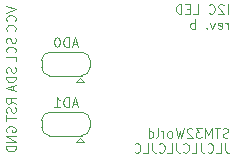
<source format=gbr>
G04 #@! TF.GenerationSoftware,KiCad,Pcbnew,9.0.2+dfsg-1*
G04 #@! TF.CreationDate,2025-06-12T17:09:33+08:00*
G04 #@! TF.ProjectId,i2c_led,6932635f-6c65-4642-9e6b-696361645f70,b*
G04 #@! TF.SameCoordinates,Original*
G04 #@! TF.FileFunction,Legend,Bot*
G04 #@! TF.FilePolarity,Positive*
%FSLAX46Y46*%
G04 Gerber Fmt 4.6, Leading zero omitted, Abs format (unit mm)*
G04 Created by KiCad (PCBNEW 9.0.2+dfsg-1) date 2025-06-12 17:09:33*
%MOMM*%
%LPD*%
G01*
G04 APERTURE LIST*
%ADD10C,0.100000*%
%ADD11C,0.120000*%
G04 APERTURE END LIST*
D10*
X155953734Y-91002895D02*
X155953734Y-90202895D01*
X155610878Y-90279085D02*
X155572782Y-90240990D01*
X155572782Y-90240990D02*
X155496592Y-90202895D01*
X155496592Y-90202895D02*
X155306116Y-90202895D01*
X155306116Y-90202895D02*
X155229925Y-90240990D01*
X155229925Y-90240990D02*
X155191830Y-90279085D01*
X155191830Y-90279085D02*
X155153735Y-90355276D01*
X155153735Y-90355276D02*
X155153735Y-90431466D01*
X155153735Y-90431466D02*
X155191830Y-90545752D01*
X155191830Y-90545752D02*
X155648973Y-91002895D01*
X155648973Y-91002895D02*
X155153735Y-91002895D01*
X154353734Y-90926704D02*
X154391830Y-90964800D01*
X154391830Y-90964800D02*
X154506115Y-91002895D01*
X154506115Y-91002895D02*
X154582306Y-91002895D01*
X154582306Y-91002895D02*
X154696592Y-90964800D01*
X154696592Y-90964800D02*
X154772782Y-90888609D01*
X154772782Y-90888609D02*
X154810877Y-90812419D01*
X154810877Y-90812419D02*
X154848973Y-90660038D01*
X154848973Y-90660038D02*
X154848973Y-90545752D01*
X154848973Y-90545752D02*
X154810877Y-90393371D01*
X154810877Y-90393371D02*
X154772782Y-90317180D01*
X154772782Y-90317180D02*
X154696592Y-90240990D01*
X154696592Y-90240990D02*
X154582306Y-90202895D01*
X154582306Y-90202895D02*
X154506115Y-90202895D01*
X154506115Y-90202895D02*
X154391830Y-90240990D01*
X154391830Y-90240990D02*
X154353734Y-90279085D01*
X153020401Y-91002895D02*
X153401353Y-91002895D01*
X153401353Y-91002895D02*
X153401353Y-90202895D01*
X152753734Y-90583847D02*
X152487068Y-90583847D01*
X152372782Y-91002895D02*
X152753734Y-91002895D01*
X152753734Y-91002895D02*
X152753734Y-90202895D01*
X152753734Y-90202895D02*
X152372782Y-90202895D01*
X152029924Y-91002895D02*
X152029924Y-90202895D01*
X152029924Y-90202895D02*
X151839448Y-90202895D01*
X151839448Y-90202895D02*
X151725162Y-90240990D01*
X151725162Y-90240990D02*
X151648972Y-90317180D01*
X151648972Y-90317180D02*
X151610877Y-90393371D01*
X151610877Y-90393371D02*
X151572781Y-90545752D01*
X151572781Y-90545752D02*
X151572781Y-90660038D01*
X151572781Y-90660038D02*
X151610877Y-90812419D01*
X151610877Y-90812419D02*
X151648972Y-90888609D01*
X151648972Y-90888609D02*
X151725162Y-90964800D01*
X151725162Y-90964800D02*
X151839448Y-91002895D01*
X151839448Y-91002895D02*
X152029924Y-91002895D01*
X155953734Y-92290850D02*
X155953734Y-91757516D01*
X155953734Y-91909897D02*
X155915639Y-91833707D01*
X155915639Y-91833707D02*
X155877544Y-91795612D01*
X155877544Y-91795612D02*
X155801353Y-91757516D01*
X155801353Y-91757516D02*
X155725163Y-91757516D01*
X155153734Y-92252755D02*
X155229925Y-92290850D01*
X155229925Y-92290850D02*
X155382306Y-92290850D01*
X155382306Y-92290850D02*
X155458496Y-92252755D01*
X155458496Y-92252755D02*
X155496592Y-92176564D01*
X155496592Y-92176564D02*
X155496592Y-91871802D01*
X155496592Y-91871802D02*
X155458496Y-91795612D01*
X155458496Y-91795612D02*
X155382306Y-91757516D01*
X155382306Y-91757516D02*
X155229925Y-91757516D01*
X155229925Y-91757516D02*
X155153734Y-91795612D01*
X155153734Y-91795612D02*
X155115639Y-91871802D01*
X155115639Y-91871802D02*
X155115639Y-91947993D01*
X155115639Y-91947993D02*
X155496592Y-92024183D01*
X154848973Y-91757516D02*
X154658497Y-92290850D01*
X154658497Y-92290850D02*
X154468020Y-91757516D01*
X154163258Y-92214659D02*
X154125163Y-92252755D01*
X154125163Y-92252755D02*
X154163258Y-92290850D01*
X154163258Y-92290850D02*
X154201354Y-92252755D01*
X154201354Y-92252755D02*
X154163258Y-92214659D01*
X154163258Y-92214659D02*
X154163258Y-92290850D01*
X153172782Y-92290850D02*
X153172782Y-91490850D01*
X153172782Y-91795612D02*
X153096592Y-91757516D01*
X153096592Y-91757516D02*
X152944211Y-91757516D01*
X152944211Y-91757516D02*
X152868020Y-91795612D01*
X152868020Y-91795612D02*
X152829925Y-91833707D01*
X152829925Y-91833707D02*
X152791830Y-91909897D01*
X152791830Y-91909897D02*
X152791830Y-92138469D01*
X152791830Y-92138469D02*
X152829925Y-92214659D01*
X152829925Y-92214659D02*
X152868020Y-92252755D01*
X152868020Y-92252755D02*
X152944211Y-92290850D01*
X152944211Y-92290850D02*
X153096592Y-92290850D01*
X153096592Y-92290850D02*
X153172782Y-92252755D01*
X155991830Y-101458800D02*
X155877544Y-101496895D01*
X155877544Y-101496895D02*
X155687068Y-101496895D01*
X155687068Y-101496895D02*
X155610877Y-101458800D01*
X155610877Y-101458800D02*
X155572782Y-101420704D01*
X155572782Y-101420704D02*
X155534687Y-101344514D01*
X155534687Y-101344514D02*
X155534687Y-101268323D01*
X155534687Y-101268323D02*
X155572782Y-101192133D01*
X155572782Y-101192133D02*
X155610877Y-101154038D01*
X155610877Y-101154038D02*
X155687068Y-101115942D01*
X155687068Y-101115942D02*
X155839449Y-101077847D01*
X155839449Y-101077847D02*
X155915639Y-101039752D01*
X155915639Y-101039752D02*
X155953734Y-101001657D01*
X155953734Y-101001657D02*
X155991830Y-100925466D01*
X155991830Y-100925466D02*
X155991830Y-100849276D01*
X155991830Y-100849276D02*
X155953734Y-100773085D01*
X155953734Y-100773085D02*
X155915639Y-100734990D01*
X155915639Y-100734990D02*
X155839449Y-100696895D01*
X155839449Y-100696895D02*
X155648972Y-100696895D01*
X155648972Y-100696895D02*
X155534687Y-100734990D01*
X155306115Y-100696895D02*
X154848972Y-100696895D01*
X155077544Y-101496895D02*
X155077544Y-100696895D01*
X154582305Y-101496895D02*
X154582305Y-100696895D01*
X154582305Y-100696895D02*
X154315639Y-101268323D01*
X154315639Y-101268323D02*
X154048972Y-100696895D01*
X154048972Y-100696895D02*
X154048972Y-101496895D01*
X153744210Y-100696895D02*
X153248972Y-100696895D01*
X153248972Y-100696895D02*
X153515638Y-101001657D01*
X153515638Y-101001657D02*
X153401353Y-101001657D01*
X153401353Y-101001657D02*
X153325162Y-101039752D01*
X153325162Y-101039752D02*
X153287067Y-101077847D01*
X153287067Y-101077847D02*
X153248972Y-101154038D01*
X153248972Y-101154038D02*
X153248972Y-101344514D01*
X153248972Y-101344514D02*
X153287067Y-101420704D01*
X153287067Y-101420704D02*
X153325162Y-101458800D01*
X153325162Y-101458800D02*
X153401353Y-101496895D01*
X153401353Y-101496895D02*
X153629924Y-101496895D01*
X153629924Y-101496895D02*
X153706115Y-101458800D01*
X153706115Y-101458800D02*
X153744210Y-101420704D01*
X152944210Y-100773085D02*
X152906114Y-100734990D01*
X152906114Y-100734990D02*
X152829924Y-100696895D01*
X152829924Y-100696895D02*
X152639448Y-100696895D01*
X152639448Y-100696895D02*
X152563257Y-100734990D01*
X152563257Y-100734990D02*
X152525162Y-100773085D01*
X152525162Y-100773085D02*
X152487067Y-100849276D01*
X152487067Y-100849276D02*
X152487067Y-100925466D01*
X152487067Y-100925466D02*
X152525162Y-101039752D01*
X152525162Y-101039752D02*
X152982305Y-101496895D01*
X152982305Y-101496895D02*
X152487067Y-101496895D01*
X152220400Y-100696895D02*
X152029924Y-101496895D01*
X152029924Y-101496895D02*
X151877543Y-100925466D01*
X151877543Y-100925466D02*
X151725162Y-101496895D01*
X151725162Y-101496895D02*
X151534686Y-100696895D01*
X151115638Y-101496895D02*
X151191828Y-101458800D01*
X151191828Y-101458800D02*
X151229923Y-101420704D01*
X151229923Y-101420704D02*
X151268019Y-101344514D01*
X151268019Y-101344514D02*
X151268019Y-101115942D01*
X151268019Y-101115942D02*
X151229923Y-101039752D01*
X151229923Y-101039752D02*
X151191828Y-101001657D01*
X151191828Y-101001657D02*
X151115638Y-100963561D01*
X151115638Y-100963561D02*
X151001352Y-100963561D01*
X151001352Y-100963561D02*
X150925161Y-101001657D01*
X150925161Y-101001657D02*
X150887066Y-101039752D01*
X150887066Y-101039752D02*
X150848971Y-101115942D01*
X150848971Y-101115942D02*
X150848971Y-101344514D01*
X150848971Y-101344514D02*
X150887066Y-101420704D01*
X150887066Y-101420704D02*
X150925161Y-101458800D01*
X150925161Y-101458800D02*
X151001352Y-101496895D01*
X151001352Y-101496895D02*
X151115638Y-101496895D01*
X150506113Y-101496895D02*
X150506113Y-100963561D01*
X150506113Y-101115942D02*
X150468018Y-101039752D01*
X150468018Y-101039752D02*
X150429923Y-101001657D01*
X150429923Y-101001657D02*
X150353732Y-100963561D01*
X150353732Y-100963561D02*
X150277542Y-100963561D01*
X149896590Y-101496895D02*
X149972780Y-101458800D01*
X149972780Y-101458800D02*
X150010875Y-101382609D01*
X150010875Y-101382609D02*
X150010875Y-100696895D01*
X149248970Y-101496895D02*
X149248970Y-100696895D01*
X149248970Y-101458800D02*
X149325161Y-101496895D01*
X149325161Y-101496895D02*
X149477542Y-101496895D01*
X149477542Y-101496895D02*
X149553732Y-101458800D01*
X149553732Y-101458800D02*
X149591827Y-101420704D01*
X149591827Y-101420704D02*
X149629923Y-101344514D01*
X149629923Y-101344514D02*
X149629923Y-101115942D01*
X149629923Y-101115942D02*
X149591827Y-101039752D01*
X149591827Y-101039752D02*
X149553732Y-101001657D01*
X149553732Y-101001657D02*
X149477542Y-100963561D01*
X149477542Y-100963561D02*
X149325161Y-100963561D01*
X149325161Y-100963561D02*
X149248970Y-101001657D01*
X137992895Y-98621905D02*
X137611942Y-98355238D01*
X137992895Y-98164762D02*
X137192895Y-98164762D01*
X137192895Y-98164762D02*
X137192895Y-98469524D01*
X137192895Y-98469524D02*
X137230990Y-98545714D01*
X137230990Y-98545714D02*
X137269085Y-98583809D01*
X137269085Y-98583809D02*
X137345276Y-98621905D01*
X137345276Y-98621905D02*
X137459561Y-98621905D01*
X137459561Y-98621905D02*
X137535752Y-98583809D01*
X137535752Y-98583809D02*
X137573847Y-98545714D01*
X137573847Y-98545714D02*
X137611942Y-98469524D01*
X137611942Y-98469524D02*
X137611942Y-98164762D01*
X137954800Y-98926666D02*
X137992895Y-99040952D01*
X137992895Y-99040952D02*
X137992895Y-99231428D01*
X137992895Y-99231428D02*
X137954800Y-99307619D01*
X137954800Y-99307619D02*
X137916704Y-99345714D01*
X137916704Y-99345714D02*
X137840514Y-99383809D01*
X137840514Y-99383809D02*
X137764323Y-99383809D01*
X137764323Y-99383809D02*
X137688133Y-99345714D01*
X137688133Y-99345714D02*
X137650038Y-99307619D01*
X137650038Y-99307619D02*
X137611942Y-99231428D01*
X137611942Y-99231428D02*
X137573847Y-99079047D01*
X137573847Y-99079047D02*
X137535752Y-99002857D01*
X137535752Y-99002857D02*
X137497657Y-98964762D01*
X137497657Y-98964762D02*
X137421466Y-98926666D01*
X137421466Y-98926666D02*
X137345276Y-98926666D01*
X137345276Y-98926666D02*
X137269085Y-98964762D01*
X137269085Y-98964762D02*
X137230990Y-99002857D01*
X137230990Y-99002857D02*
X137192895Y-99079047D01*
X137192895Y-99079047D02*
X137192895Y-99269524D01*
X137192895Y-99269524D02*
X137230990Y-99383809D01*
X137192895Y-99612381D02*
X137192895Y-100069524D01*
X137992895Y-99840952D02*
X137192895Y-99840952D01*
X137954800Y-93027618D02*
X137992895Y-93141904D01*
X137992895Y-93141904D02*
X137992895Y-93332380D01*
X137992895Y-93332380D02*
X137954800Y-93408571D01*
X137954800Y-93408571D02*
X137916704Y-93446666D01*
X137916704Y-93446666D02*
X137840514Y-93484761D01*
X137840514Y-93484761D02*
X137764323Y-93484761D01*
X137764323Y-93484761D02*
X137688133Y-93446666D01*
X137688133Y-93446666D02*
X137650038Y-93408571D01*
X137650038Y-93408571D02*
X137611942Y-93332380D01*
X137611942Y-93332380D02*
X137573847Y-93179999D01*
X137573847Y-93179999D02*
X137535752Y-93103809D01*
X137535752Y-93103809D02*
X137497657Y-93065714D01*
X137497657Y-93065714D02*
X137421466Y-93027618D01*
X137421466Y-93027618D02*
X137345276Y-93027618D01*
X137345276Y-93027618D02*
X137269085Y-93065714D01*
X137269085Y-93065714D02*
X137230990Y-93103809D01*
X137230990Y-93103809D02*
X137192895Y-93179999D01*
X137192895Y-93179999D02*
X137192895Y-93370476D01*
X137192895Y-93370476D02*
X137230990Y-93484761D01*
X137916704Y-94284762D02*
X137954800Y-94246666D01*
X137954800Y-94246666D02*
X137992895Y-94132381D01*
X137992895Y-94132381D02*
X137992895Y-94056190D01*
X137992895Y-94056190D02*
X137954800Y-93941904D01*
X137954800Y-93941904D02*
X137878609Y-93865714D01*
X137878609Y-93865714D02*
X137802419Y-93827619D01*
X137802419Y-93827619D02*
X137650038Y-93789523D01*
X137650038Y-93789523D02*
X137535752Y-93789523D01*
X137535752Y-93789523D02*
X137383371Y-93827619D01*
X137383371Y-93827619D02*
X137307180Y-93865714D01*
X137307180Y-93865714D02*
X137230990Y-93941904D01*
X137230990Y-93941904D02*
X137192895Y-94056190D01*
X137192895Y-94056190D02*
X137192895Y-94132381D01*
X137192895Y-94132381D02*
X137230990Y-94246666D01*
X137230990Y-94246666D02*
X137269085Y-94284762D01*
X137992895Y-95008571D02*
X137992895Y-94627619D01*
X137992895Y-94627619D02*
X137192895Y-94627619D01*
X137230990Y-100990476D02*
X137192895Y-100914286D01*
X137192895Y-100914286D02*
X137192895Y-100800000D01*
X137192895Y-100800000D02*
X137230990Y-100685714D01*
X137230990Y-100685714D02*
X137307180Y-100609524D01*
X137307180Y-100609524D02*
X137383371Y-100571429D01*
X137383371Y-100571429D02*
X137535752Y-100533333D01*
X137535752Y-100533333D02*
X137650038Y-100533333D01*
X137650038Y-100533333D02*
X137802419Y-100571429D01*
X137802419Y-100571429D02*
X137878609Y-100609524D01*
X137878609Y-100609524D02*
X137954800Y-100685714D01*
X137954800Y-100685714D02*
X137992895Y-100800000D01*
X137992895Y-100800000D02*
X137992895Y-100876191D01*
X137992895Y-100876191D02*
X137954800Y-100990476D01*
X137954800Y-100990476D02*
X137916704Y-101028572D01*
X137916704Y-101028572D02*
X137650038Y-101028572D01*
X137650038Y-101028572D02*
X137650038Y-100876191D01*
X137992895Y-101371429D02*
X137192895Y-101371429D01*
X137192895Y-101371429D02*
X137992895Y-101828572D01*
X137992895Y-101828572D02*
X137192895Y-101828572D01*
X137992895Y-102209524D02*
X137192895Y-102209524D01*
X137192895Y-102209524D02*
X137192895Y-102400000D01*
X137192895Y-102400000D02*
X137230990Y-102514286D01*
X137230990Y-102514286D02*
X137307180Y-102590476D01*
X137307180Y-102590476D02*
X137383371Y-102628571D01*
X137383371Y-102628571D02*
X137535752Y-102666667D01*
X137535752Y-102666667D02*
X137650038Y-102666667D01*
X137650038Y-102666667D02*
X137802419Y-102628571D01*
X137802419Y-102628571D02*
X137878609Y-102590476D01*
X137878609Y-102590476D02*
X137954800Y-102514286D01*
X137954800Y-102514286D02*
X137992895Y-102400000D01*
X137992895Y-102400000D02*
X137992895Y-102209524D01*
X155725163Y-101966895D02*
X155725163Y-102538323D01*
X155725163Y-102538323D02*
X155763258Y-102652609D01*
X155763258Y-102652609D02*
X155839449Y-102728800D01*
X155839449Y-102728800D02*
X155953734Y-102766895D01*
X155953734Y-102766895D02*
X156029925Y-102766895D01*
X154963258Y-102766895D02*
X155344210Y-102766895D01*
X155344210Y-102766895D02*
X155344210Y-101966895D01*
X154239448Y-102690704D02*
X154277544Y-102728800D01*
X154277544Y-102728800D02*
X154391829Y-102766895D01*
X154391829Y-102766895D02*
X154468020Y-102766895D01*
X154468020Y-102766895D02*
X154582306Y-102728800D01*
X154582306Y-102728800D02*
X154658496Y-102652609D01*
X154658496Y-102652609D02*
X154696591Y-102576419D01*
X154696591Y-102576419D02*
X154734687Y-102424038D01*
X154734687Y-102424038D02*
X154734687Y-102309752D01*
X154734687Y-102309752D02*
X154696591Y-102157371D01*
X154696591Y-102157371D02*
X154658496Y-102081180D01*
X154658496Y-102081180D02*
X154582306Y-102004990D01*
X154582306Y-102004990D02*
X154468020Y-101966895D01*
X154468020Y-101966895D02*
X154391829Y-101966895D01*
X154391829Y-101966895D02*
X154277544Y-102004990D01*
X154277544Y-102004990D02*
X154239448Y-102043085D01*
X153668020Y-101966895D02*
X153668020Y-102538323D01*
X153668020Y-102538323D02*
X153706115Y-102652609D01*
X153706115Y-102652609D02*
X153782306Y-102728800D01*
X153782306Y-102728800D02*
X153896591Y-102766895D01*
X153896591Y-102766895D02*
X153972782Y-102766895D01*
X152906115Y-102766895D02*
X153287067Y-102766895D01*
X153287067Y-102766895D02*
X153287067Y-101966895D01*
X152182305Y-102690704D02*
X152220401Y-102728800D01*
X152220401Y-102728800D02*
X152334686Y-102766895D01*
X152334686Y-102766895D02*
X152410877Y-102766895D01*
X152410877Y-102766895D02*
X152525163Y-102728800D01*
X152525163Y-102728800D02*
X152601353Y-102652609D01*
X152601353Y-102652609D02*
X152639448Y-102576419D01*
X152639448Y-102576419D02*
X152677544Y-102424038D01*
X152677544Y-102424038D02*
X152677544Y-102309752D01*
X152677544Y-102309752D02*
X152639448Y-102157371D01*
X152639448Y-102157371D02*
X152601353Y-102081180D01*
X152601353Y-102081180D02*
X152525163Y-102004990D01*
X152525163Y-102004990D02*
X152410877Y-101966895D01*
X152410877Y-101966895D02*
X152334686Y-101966895D01*
X152334686Y-101966895D02*
X152220401Y-102004990D01*
X152220401Y-102004990D02*
X152182305Y-102043085D01*
X151610877Y-101966895D02*
X151610877Y-102538323D01*
X151610877Y-102538323D02*
X151648972Y-102652609D01*
X151648972Y-102652609D02*
X151725163Y-102728800D01*
X151725163Y-102728800D02*
X151839448Y-102766895D01*
X151839448Y-102766895D02*
X151915639Y-102766895D01*
X150848972Y-102766895D02*
X151229924Y-102766895D01*
X151229924Y-102766895D02*
X151229924Y-101966895D01*
X150125162Y-102690704D02*
X150163258Y-102728800D01*
X150163258Y-102728800D02*
X150277543Y-102766895D01*
X150277543Y-102766895D02*
X150353734Y-102766895D01*
X150353734Y-102766895D02*
X150468020Y-102728800D01*
X150468020Y-102728800D02*
X150544210Y-102652609D01*
X150544210Y-102652609D02*
X150582305Y-102576419D01*
X150582305Y-102576419D02*
X150620401Y-102424038D01*
X150620401Y-102424038D02*
X150620401Y-102309752D01*
X150620401Y-102309752D02*
X150582305Y-102157371D01*
X150582305Y-102157371D02*
X150544210Y-102081180D01*
X150544210Y-102081180D02*
X150468020Y-102004990D01*
X150468020Y-102004990D02*
X150353734Y-101966895D01*
X150353734Y-101966895D02*
X150277543Y-101966895D01*
X150277543Y-101966895D02*
X150163258Y-102004990D01*
X150163258Y-102004990D02*
X150125162Y-102043085D01*
X149553734Y-101966895D02*
X149553734Y-102538323D01*
X149553734Y-102538323D02*
X149591829Y-102652609D01*
X149591829Y-102652609D02*
X149668020Y-102728800D01*
X149668020Y-102728800D02*
X149782305Y-102766895D01*
X149782305Y-102766895D02*
X149858496Y-102766895D01*
X148791829Y-102766895D02*
X149172781Y-102766895D01*
X149172781Y-102766895D02*
X149172781Y-101966895D01*
X148068019Y-102690704D02*
X148106115Y-102728800D01*
X148106115Y-102728800D02*
X148220400Y-102766895D01*
X148220400Y-102766895D02*
X148296591Y-102766895D01*
X148296591Y-102766895D02*
X148410877Y-102728800D01*
X148410877Y-102728800D02*
X148487067Y-102652609D01*
X148487067Y-102652609D02*
X148525162Y-102576419D01*
X148525162Y-102576419D02*
X148563258Y-102424038D01*
X148563258Y-102424038D02*
X148563258Y-102309752D01*
X148563258Y-102309752D02*
X148525162Y-102157371D01*
X148525162Y-102157371D02*
X148487067Y-102081180D01*
X148487067Y-102081180D02*
X148410877Y-102004990D01*
X148410877Y-102004990D02*
X148296591Y-101966895D01*
X148296591Y-101966895D02*
X148220400Y-101966895D01*
X148220400Y-101966895D02*
X148106115Y-102004990D01*
X148106115Y-102004990D02*
X148068019Y-102043085D01*
X137954800Y-95548571D02*
X137992895Y-95662857D01*
X137992895Y-95662857D02*
X137992895Y-95853333D01*
X137992895Y-95853333D02*
X137954800Y-95929524D01*
X137954800Y-95929524D02*
X137916704Y-95967619D01*
X137916704Y-95967619D02*
X137840514Y-96005714D01*
X137840514Y-96005714D02*
X137764323Y-96005714D01*
X137764323Y-96005714D02*
X137688133Y-95967619D01*
X137688133Y-95967619D02*
X137650038Y-95929524D01*
X137650038Y-95929524D02*
X137611942Y-95853333D01*
X137611942Y-95853333D02*
X137573847Y-95700952D01*
X137573847Y-95700952D02*
X137535752Y-95624762D01*
X137535752Y-95624762D02*
X137497657Y-95586667D01*
X137497657Y-95586667D02*
X137421466Y-95548571D01*
X137421466Y-95548571D02*
X137345276Y-95548571D01*
X137345276Y-95548571D02*
X137269085Y-95586667D01*
X137269085Y-95586667D02*
X137230990Y-95624762D01*
X137230990Y-95624762D02*
X137192895Y-95700952D01*
X137192895Y-95700952D02*
X137192895Y-95891429D01*
X137192895Y-95891429D02*
X137230990Y-96005714D01*
X137992895Y-96348572D02*
X137192895Y-96348572D01*
X137192895Y-96348572D02*
X137192895Y-96539048D01*
X137192895Y-96539048D02*
X137230990Y-96653334D01*
X137230990Y-96653334D02*
X137307180Y-96729524D01*
X137307180Y-96729524D02*
X137383371Y-96767619D01*
X137383371Y-96767619D02*
X137535752Y-96805715D01*
X137535752Y-96805715D02*
X137650038Y-96805715D01*
X137650038Y-96805715D02*
X137802419Y-96767619D01*
X137802419Y-96767619D02*
X137878609Y-96729524D01*
X137878609Y-96729524D02*
X137954800Y-96653334D01*
X137954800Y-96653334D02*
X137992895Y-96539048D01*
X137992895Y-96539048D02*
X137992895Y-96348572D01*
X137764323Y-97110476D02*
X137764323Y-97491429D01*
X137992895Y-97034286D02*
X137192895Y-97300953D01*
X137192895Y-97300953D02*
X137992895Y-97567619D01*
X137192895Y-90373333D02*
X137992895Y-90640000D01*
X137992895Y-90640000D02*
X137192895Y-90906666D01*
X137916704Y-91630476D02*
X137954800Y-91592380D01*
X137954800Y-91592380D02*
X137992895Y-91478095D01*
X137992895Y-91478095D02*
X137992895Y-91401904D01*
X137992895Y-91401904D02*
X137954800Y-91287618D01*
X137954800Y-91287618D02*
X137878609Y-91211428D01*
X137878609Y-91211428D02*
X137802419Y-91173333D01*
X137802419Y-91173333D02*
X137650038Y-91135237D01*
X137650038Y-91135237D02*
X137535752Y-91135237D01*
X137535752Y-91135237D02*
X137383371Y-91173333D01*
X137383371Y-91173333D02*
X137307180Y-91211428D01*
X137307180Y-91211428D02*
X137230990Y-91287618D01*
X137230990Y-91287618D02*
X137192895Y-91401904D01*
X137192895Y-91401904D02*
X137192895Y-91478095D01*
X137192895Y-91478095D02*
X137230990Y-91592380D01*
X137230990Y-91592380D02*
X137269085Y-91630476D01*
X137916704Y-92430476D02*
X137954800Y-92392380D01*
X137954800Y-92392380D02*
X137992895Y-92278095D01*
X137992895Y-92278095D02*
X137992895Y-92201904D01*
X137992895Y-92201904D02*
X137954800Y-92087618D01*
X137954800Y-92087618D02*
X137878609Y-92011428D01*
X137878609Y-92011428D02*
X137802419Y-91973333D01*
X137802419Y-91973333D02*
X137650038Y-91935237D01*
X137650038Y-91935237D02*
X137535752Y-91935237D01*
X137535752Y-91935237D02*
X137383371Y-91973333D01*
X137383371Y-91973333D02*
X137307180Y-92011428D01*
X137307180Y-92011428D02*
X137230990Y-92087618D01*
X137230990Y-92087618D02*
X137192895Y-92201904D01*
X137192895Y-92201904D02*
X137192895Y-92278095D01*
X137192895Y-92278095D02*
X137230990Y-92392380D01*
X137230990Y-92392380D02*
X137269085Y-92430476D01*
X143211428Y-98666323D02*
X142830475Y-98666323D01*
X143287618Y-98894895D02*
X143020951Y-98094895D01*
X143020951Y-98094895D02*
X142754285Y-98894895D01*
X142487618Y-98894895D02*
X142487618Y-98094895D01*
X142487618Y-98094895D02*
X142297142Y-98094895D01*
X142297142Y-98094895D02*
X142182856Y-98132990D01*
X142182856Y-98132990D02*
X142106666Y-98209180D01*
X142106666Y-98209180D02*
X142068571Y-98285371D01*
X142068571Y-98285371D02*
X142030475Y-98437752D01*
X142030475Y-98437752D02*
X142030475Y-98552038D01*
X142030475Y-98552038D02*
X142068571Y-98704419D01*
X142068571Y-98704419D02*
X142106666Y-98780609D01*
X142106666Y-98780609D02*
X142182856Y-98856800D01*
X142182856Y-98856800D02*
X142297142Y-98894895D01*
X142297142Y-98894895D02*
X142487618Y-98894895D01*
X141268571Y-98894895D02*
X141725714Y-98894895D01*
X141497142Y-98894895D02*
X141497142Y-98094895D01*
X141497142Y-98094895D02*
X141573333Y-98209180D01*
X141573333Y-98209180D02*
X141649523Y-98285371D01*
X141649523Y-98285371D02*
X141725714Y-98323466D01*
X143211428Y-93586323D02*
X142830475Y-93586323D01*
X143287618Y-93814895D02*
X143020951Y-93014895D01*
X143020951Y-93014895D02*
X142754285Y-93814895D01*
X142487618Y-93814895D02*
X142487618Y-93014895D01*
X142487618Y-93014895D02*
X142297142Y-93014895D01*
X142297142Y-93014895D02*
X142182856Y-93052990D01*
X142182856Y-93052990D02*
X142106666Y-93129180D01*
X142106666Y-93129180D02*
X142068571Y-93205371D01*
X142068571Y-93205371D02*
X142030475Y-93357752D01*
X142030475Y-93357752D02*
X142030475Y-93472038D01*
X142030475Y-93472038D02*
X142068571Y-93624419D01*
X142068571Y-93624419D02*
X142106666Y-93700609D01*
X142106666Y-93700609D02*
X142182856Y-93776800D01*
X142182856Y-93776800D02*
X142297142Y-93814895D01*
X142297142Y-93814895D02*
X142487618Y-93814895D01*
X141535237Y-93014895D02*
X141459047Y-93014895D01*
X141459047Y-93014895D02*
X141382856Y-93052990D01*
X141382856Y-93052990D02*
X141344761Y-93091085D01*
X141344761Y-93091085D02*
X141306666Y-93167276D01*
X141306666Y-93167276D02*
X141268571Y-93319657D01*
X141268571Y-93319657D02*
X141268571Y-93510133D01*
X141268571Y-93510133D02*
X141306666Y-93662514D01*
X141306666Y-93662514D02*
X141344761Y-93738704D01*
X141344761Y-93738704D02*
X141382856Y-93776800D01*
X141382856Y-93776800D02*
X141459047Y-93814895D01*
X141459047Y-93814895D02*
X141535237Y-93814895D01*
X141535237Y-93814895D02*
X141611428Y-93776800D01*
X141611428Y-93776800D02*
X141649523Y-93738704D01*
X141649523Y-93738704D02*
X141687618Y-93662514D01*
X141687618Y-93662514D02*
X141725714Y-93510133D01*
X141725714Y-93510133D02*
X141725714Y-93319657D01*
X141725714Y-93319657D02*
X141687618Y-93167276D01*
X141687618Y-93167276D02*
X141649523Y-93091085D01*
X141649523Y-93091085D02*
X141611428Y-93052990D01*
X141611428Y-93052990D02*
X141535237Y-93014895D01*
D11*
G04 #@! TO.C,AD1*
X140190000Y-100030000D02*
X140190000Y-100630000D01*
X140840000Y-101330000D02*
X143640000Y-101330000D01*
X143440000Y-101530000D02*
X143140000Y-101830000D01*
X143440000Y-101530000D02*
X143740000Y-101830000D01*
X143640000Y-99330000D02*
X140840000Y-99330000D01*
X143740000Y-101830000D02*
X143140000Y-101830000D01*
X144290000Y-100630000D02*
X144290000Y-100030000D01*
X140190000Y-100030000D02*
G75*
G02*
X140890000Y-99330000I700000J0D01*
G01*
X140890000Y-101330000D02*
G75*
G02*
X140190000Y-100630000I0J700000D01*
G01*
X143590000Y-99330000D02*
G75*
G02*
X144290000Y-100030000I1J-699999D01*
G01*
X144290000Y-100630000D02*
G75*
G02*
X143590000Y-101330000I-699999J-1D01*
G01*
G04 #@! TO.C,AD0*
X140190000Y-94950000D02*
X140190000Y-95550000D01*
X140840000Y-96250000D02*
X143640000Y-96250000D01*
X143440000Y-96450000D02*
X143140000Y-96750000D01*
X143440000Y-96450000D02*
X143740000Y-96750000D01*
X143640000Y-94250000D02*
X140840000Y-94250000D01*
X143740000Y-96750000D02*
X143140000Y-96750000D01*
X144290000Y-95550000D02*
X144290000Y-94950000D01*
X140190000Y-94950000D02*
G75*
G02*
X140890000Y-94250000I700000J0D01*
G01*
X140890000Y-96250000D02*
G75*
G02*
X140190000Y-95550000I0J700000D01*
G01*
X143590000Y-94250000D02*
G75*
G02*
X144290000Y-94950000I1J-699999D01*
G01*
X144290000Y-95550000D02*
G75*
G02*
X143590000Y-96250000I-699999J-1D01*
G01*
G04 #@! TD*
M02*

</source>
